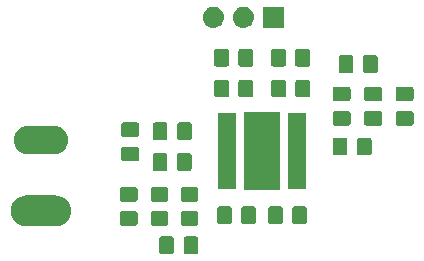
<source format=gbr>
G04 #@! TF.GenerationSoftware,KiCad,Pcbnew,(5.0.2)-1*
G04 #@! TF.CreationDate,2019-08-11T23:26:23-04:00*
G04 #@! TF.ProjectId,LTC3265,4c544333-3236-4352-9e6b-696361645f70,rev?*
G04 #@! TF.SameCoordinates,Original*
G04 #@! TF.FileFunction,Soldermask,Top*
G04 #@! TF.FilePolarity,Negative*
%FSLAX46Y46*%
G04 Gerber Fmt 4.6, Leading zero omitted, Abs format (unit mm)*
G04 Created by KiCad (PCBNEW (5.0.2)-1) date 8/11/2019 11:26:23 PM*
%MOMM*%
%LPD*%
G01*
G04 APERTURE LIST*
%ADD10C,0.100000*%
G04 APERTURE END LIST*
D10*
G36*
X121440177Y-89804465D02*
X121477864Y-89815898D01*
X121512603Y-89834466D01*
X121543048Y-89859452D01*
X121568034Y-89889897D01*
X121586602Y-89924636D01*
X121598035Y-89962323D01*
X121602500Y-90007661D01*
X121602500Y-91094339D01*
X121598035Y-91139677D01*
X121586602Y-91177364D01*
X121568034Y-91212103D01*
X121543048Y-91242548D01*
X121512603Y-91267534D01*
X121477864Y-91286102D01*
X121440177Y-91297535D01*
X121394839Y-91302000D01*
X120558161Y-91302000D01*
X120512823Y-91297535D01*
X120475136Y-91286102D01*
X120440397Y-91267534D01*
X120409952Y-91242548D01*
X120384966Y-91212103D01*
X120366398Y-91177364D01*
X120354965Y-91139677D01*
X120350500Y-91094339D01*
X120350500Y-90007661D01*
X120354965Y-89962323D01*
X120366398Y-89924636D01*
X120384966Y-89889897D01*
X120409952Y-89859452D01*
X120440397Y-89834466D01*
X120475136Y-89815898D01*
X120512823Y-89804465D01*
X120558161Y-89800000D01*
X121394839Y-89800000D01*
X121440177Y-89804465D01*
X121440177Y-89804465D01*
G37*
G36*
X119390177Y-89804465D02*
X119427864Y-89815898D01*
X119462603Y-89834466D01*
X119493048Y-89859452D01*
X119518034Y-89889897D01*
X119536602Y-89924636D01*
X119548035Y-89962323D01*
X119552500Y-90007661D01*
X119552500Y-91094339D01*
X119548035Y-91139677D01*
X119536602Y-91177364D01*
X119518034Y-91212103D01*
X119493048Y-91242548D01*
X119462603Y-91267534D01*
X119427864Y-91286102D01*
X119390177Y-91297535D01*
X119344839Y-91302000D01*
X118508161Y-91302000D01*
X118462823Y-91297535D01*
X118425136Y-91286102D01*
X118390397Y-91267534D01*
X118359952Y-91242548D01*
X118334966Y-91212103D01*
X118316398Y-91177364D01*
X118304965Y-91139677D01*
X118300500Y-91094339D01*
X118300500Y-90007661D01*
X118304965Y-89962323D01*
X118316398Y-89924636D01*
X118334966Y-89889897D01*
X118359952Y-89859452D01*
X118390397Y-89834466D01*
X118425136Y-89815898D01*
X118462823Y-89804465D01*
X118508161Y-89800000D01*
X119344839Y-89800000D01*
X119390177Y-89804465D01*
X119390177Y-89804465D01*
G37*
G36*
X109629189Y-86333706D02*
X109772540Y-86347825D01*
X110017780Y-86422218D01*
X110017782Y-86422219D01*
X110243796Y-86543026D01*
X110441897Y-86705603D01*
X110604474Y-86903704D01*
X110604475Y-86903706D01*
X110725282Y-87129720D01*
X110799675Y-87374960D01*
X110824794Y-87630000D01*
X110799675Y-87885040D01*
X110789017Y-87920173D01*
X110725281Y-88130282D01*
X110604474Y-88356296D01*
X110441897Y-88554397D01*
X110243796Y-88716974D01*
X110243794Y-88716975D01*
X110017780Y-88837782D01*
X109772540Y-88912175D01*
X109629189Y-88926294D01*
X109581406Y-88931000D01*
X106953594Y-88931000D01*
X106905811Y-88926294D01*
X106762460Y-88912175D01*
X106517220Y-88837782D01*
X106291206Y-88716975D01*
X106291204Y-88716974D01*
X106093103Y-88554397D01*
X105930526Y-88356296D01*
X105809719Y-88130282D01*
X105745983Y-87920173D01*
X105735325Y-87885040D01*
X105710206Y-87630000D01*
X105735325Y-87374960D01*
X105809718Y-87129720D01*
X105930525Y-86903706D01*
X105930526Y-86903704D01*
X106093103Y-86705603D01*
X106291204Y-86543026D01*
X106517218Y-86422219D01*
X106517220Y-86422218D01*
X106762460Y-86347825D01*
X106905811Y-86333706D01*
X106953594Y-86329000D01*
X109581406Y-86329000D01*
X109629189Y-86333706D01*
X109629189Y-86333706D01*
G37*
G36*
X121429177Y-87652465D02*
X121466864Y-87663898D01*
X121501603Y-87682466D01*
X121532048Y-87707452D01*
X121557034Y-87737897D01*
X121575602Y-87772636D01*
X121587035Y-87810323D01*
X121591500Y-87855661D01*
X121591500Y-88692339D01*
X121587035Y-88737677D01*
X121575602Y-88775364D01*
X121557034Y-88810103D01*
X121532048Y-88840548D01*
X121501603Y-88865534D01*
X121466864Y-88884102D01*
X121429177Y-88895535D01*
X121383839Y-88900000D01*
X120297161Y-88900000D01*
X120251823Y-88895535D01*
X120214136Y-88884102D01*
X120179397Y-88865534D01*
X120148952Y-88840548D01*
X120123966Y-88810103D01*
X120105398Y-88775364D01*
X120093965Y-88737677D01*
X120089500Y-88692339D01*
X120089500Y-87855661D01*
X120093965Y-87810323D01*
X120105398Y-87772636D01*
X120123966Y-87737897D01*
X120148952Y-87707452D01*
X120179397Y-87682466D01*
X120214136Y-87663898D01*
X120251823Y-87652465D01*
X120297161Y-87648000D01*
X121383839Y-87648000D01*
X121429177Y-87652465D01*
X121429177Y-87652465D01*
G37*
G36*
X118889177Y-87652465D02*
X118926864Y-87663898D01*
X118961603Y-87682466D01*
X118992048Y-87707452D01*
X119017034Y-87737897D01*
X119035602Y-87772636D01*
X119047035Y-87810323D01*
X119051500Y-87855661D01*
X119051500Y-88692339D01*
X119047035Y-88737677D01*
X119035602Y-88775364D01*
X119017034Y-88810103D01*
X118992048Y-88840548D01*
X118961603Y-88865534D01*
X118926864Y-88884102D01*
X118889177Y-88895535D01*
X118843839Y-88900000D01*
X117757161Y-88900000D01*
X117711823Y-88895535D01*
X117674136Y-88884102D01*
X117639397Y-88865534D01*
X117608952Y-88840548D01*
X117583966Y-88810103D01*
X117565398Y-88775364D01*
X117553965Y-88737677D01*
X117549500Y-88692339D01*
X117549500Y-87855661D01*
X117553965Y-87810323D01*
X117565398Y-87772636D01*
X117583966Y-87737897D01*
X117608952Y-87707452D01*
X117639397Y-87682466D01*
X117674136Y-87663898D01*
X117711823Y-87652465D01*
X117757161Y-87648000D01*
X118843839Y-87648000D01*
X118889177Y-87652465D01*
X118889177Y-87652465D01*
G37*
G36*
X116285677Y-87652465D02*
X116323364Y-87663898D01*
X116358103Y-87682466D01*
X116388548Y-87707452D01*
X116413534Y-87737897D01*
X116432102Y-87772636D01*
X116443535Y-87810323D01*
X116448000Y-87855661D01*
X116448000Y-88692339D01*
X116443535Y-88737677D01*
X116432102Y-88775364D01*
X116413534Y-88810103D01*
X116388548Y-88840548D01*
X116358103Y-88865534D01*
X116323364Y-88884102D01*
X116285677Y-88895535D01*
X116240339Y-88900000D01*
X115153661Y-88900000D01*
X115108323Y-88895535D01*
X115070636Y-88884102D01*
X115035897Y-88865534D01*
X115005452Y-88840548D01*
X114980466Y-88810103D01*
X114961898Y-88775364D01*
X114950465Y-88737677D01*
X114946000Y-88692339D01*
X114946000Y-87855661D01*
X114950465Y-87810323D01*
X114961898Y-87772636D01*
X114980466Y-87737897D01*
X115005452Y-87707452D01*
X115035897Y-87682466D01*
X115070636Y-87663898D01*
X115108323Y-87652465D01*
X115153661Y-87648000D01*
X116240339Y-87648000D01*
X116285677Y-87652465D01*
X116285677Y-87652465D01*
G37*
G36*
X126329677Y-87264465D02*
X126367364Y-87275898D01*
X126402103Y-87294466D01*
X126432548Y-87319452D01*
X126457534Y-87349897D01*
X126476102Y-87384636D01*
X126487535Y-87422323D01*
X126492000Y-87467661D01*
X126492000Y-88554339D01*
X126487535Y-88599677D01*
X126476102Y-88637364D01*
X126457534Y-88672103D01*
X126432548Y-88702548D01*
X126402103Y-88727534D01*
X126367364Y-88746102D01*
X126329677Y-88757535D01*
X126284339Y-88762000D01*
X125447661Y-88762000D01*
X125402323Y-88757535D01*
X125364636Y-88746102D01*
X125329897Y-88727534D01*
X125299452Y-88702548D01*
X125274466Y-88672103D01*
X125255898Y-88637364D01*
X125244465Y-88599677D01*
X125240000Y-88554339D01*
X125240000Y-87467661D01*
X125244465Y-87422323D01*
X125255898Y-87384636D01*
X125274466Y-87349897D01*
X125299452Y-87319452D01*
X125329897Y-87294466D01*
X125364636Y-87275898D01*
X125402323Y-87264465D01*
X125447661Y-87260000D01*
X126284339Y-87260000D01*
X126329677Y-87264465D01*
X126329677Y-87264465D01*
G37*
G36*
X124279677Y-87264465D02*
X124317364Y-87275898D01*
X124352103Y-87294466D01*
X124382548Y-87319452D01*
X124407534Y-87349897D01*
X124426102Y-87384636D01*
X124437535Y-87422323D01*
X124442000Y-87467661D01*
X124442000Y-88554339D01*
X124437535Y-88599677D01*
X124426102Y-88637364D01*
X124407534Y-88672103D01*
X124382548Y-88702548D01*
X124352103Y-88727534D01*
X124317364Y-88746102D01*
X124279677Y-88757535D01*
X124234339Y-88762000D01*
X123397661Y-88762000D01*
X123352323Y-88757535D01*
X123314636Y-88746102D01*
X123279897Y-88727534D01*
X123249452Y-88702548D01*
X123224466Y-88672103D01*
X123205898Y-88637364D01*
X123194465Y-88599677D01*
X123190000Y-88554339D01*
X123190000Y-87467661D01*
X123194465Y-87422323D01*
X123205898Y-87384636D01*
X123224466Y-87349897D01*
X123249452Y-87319452D01*
X123279897Y-87294466D01*
X123314636Y-87275898D01*
X123352323Y-87264465D01*
X123397661Y-87260000D01*
X124234339Y-87260000D01*
X124279677Y-87264465D01*
X124279677Y-87264465D01*
G37*
G36*
X130647677Y-87264465D02*
X130685364Y-87275898D01*
X130720103Y-87294466D01*
X130750548Y-87319452D01*
X130775534Y-87349897D01*
X130794102Y-87384636D01*
X130805535Y-87422323D01*
X130810000Y-87467661D01*
X130810000Y-88554339D01*
X130805535Y-88599677D01*
X130794102Y-88637364D01*
X130775534Y-88672103D01*
X130750548Y-88702548D01*
X130720103Y-88727534D01*
X130685364Y-88746102D01*
X130647677Y-88757535D01*
X130602339Y-88762000D01*
X129765661Y-88762000D01*
X129720323Y-88757535D01*
X129682636Y-88746102D01*
X129647897Y-88727534D01*
X129617452Y-88702548D01*
X129592466Y-88672103D01*
X129573898Y-88637364D01*
X129562465Y-88599677D01*
X129558000Y-88554339D01*
X129558000Y-87467661D01*
X129562465Y-87422323D01*
X129573898Y-87384636D01*
X129592466Y-87349897D01*
X129617452Y-87319452D01*
X129647897Y-87294466D01*
X129682636Y-87275898D01*
X129720323Y-87264465D01*
X129765661Y-87260000D01*
X130602339Y-87260000D01*
X130647677Y-87264465D01*
X130647677Y-87264465D01*
G37*
G36*
X128597677Y-87264465D02*
X128635364Y-87275898D01*
X128670103Y-87294466D01*
X128700548Y-87319452D01*
X128725534Y-87349897D01*
X128744102Y-87384636D01*
X128755535Y-87422323D01*
X128760000Y-87467661D01*
X128760000Y-88554339D01*
X128755535Y-88599677D01*
X128744102Y-88637364D01*
X128725534Y-88672103D01*
X128700548Y-88702548D01*
X128670103Y-88727534D01*
X128635364Y-88746102D01*
X128597677Y-88757535D01*
X128552339Y-88762000D01*
X127715661Y-88762000D01*
X127670323Y-88757535D01*
X127632636Y-88746102D01*
X127597897Y-88727534D01*
X127567452Y-88702548D01*
X127542466Y-88672103D01*
X127523898Y-88637364D01*
X127512465Y-88599677D01*
X127508000Y-88554339D01*
X127508000Y-87467661D01*
X127512465Y-87422323D01*
X127523898Y-87384636D01*
X127542466Y-87349897D01*
X127567452Y-87319452D01*
X127597897Y-87294466D01*
X127632636Y-87275898D01*
X127670323Y-87264465D01*
X127715661Y-87260000D01*
X128552339Y-87260000D01*
X128597677Y-87264465D01*
X128597677Y-87264465D01*
G37*
G36*
X121429177Y-85602465D02*
X121466864Y-85613898D01*
X121501603Y-85632466D01*
X121532048Y-85657452D01*
X121557034Y-85687897D01*
X121575602Y-85722636D01*
X121587035Y-85760323D01*
X121591500Y-85805661D01*
X121591500Y-86642339D01*
X121587035Y-86687677D01*
X121575602Y-86725364D01*
X121557034Y-86760103D01*
X121532048Y-86790548D01*
X121501603Y-86815534D01*
X121466864Y-86834102D01*
X121429177Y-86845535D01*
X121383839Y-86850000D01*
X120297161Y-86850000D01*
X120251823Y-86845535D01*
X120214136Y-86834102D01*
X120179397Y-86815534D01*
X120148952Y-86790548D01*
X120123966Y-86760103D01*
X120105398Y-86725364D01*
X120093965Y-86687677D01*
X120089500Y-86642339D01*
X120089500Y-85805661D01*
X120093965Y-85760323D01*
X120105398Y-85722636D01*
X120123966Y-85687897D01*
X120148952Y-85657452D01*
X120179397Y-85632466D01*
X120214136Y-85613898D01*
X120251823Y-85602465D01*
X120297161Y-85598000D01*
X121383839Y-85598000D01*
X121429177Y-85602465D01*
X121429177Y-85602465D01*
G37*
G36*
X118889177Y-85602465D02*
X118926864Y-85613898D01*
X118961603Y-85632466D01*
X118992048Y-85657452D01*
X119017034Y-85687897D01*
X119035602Y-85722636D01*
X119047035Y-85760323D01*
X119051500Y-85805661D01*
X119051500Y-86642339D01*
X119047035Y-86687677D01*
X119035602Y-86725364D01*
X119017034Y-86760103D01*
X118992048Y-86790548D01*
X118961603Y-86815534D01*
X118926864Y-86834102D01*
X118889177Y-86845535D01*
X118843839Y-86850000D01*
X117757161Y-86850000D01*
X117711823Y-86845535D01*
X117674136Y-86834102D01*
X117639397Y-86815534D01*
X117608952Y-86790548D01*
X117583966Y-86760103D01*
X117565398Y-86725364D01*
X117553965Y-86687677D01*
X117549500Y-86642339D01*
X117549500Y-85805661D01*
X117553965Y-85760323D01*
X117565398Y-85722636D01*
X117583966Y-85687897D01*
X117608952Y-85657452D01*
X117639397Y-85632466D01*
X117674136Y-85613898D01*
X117711823Y-85602465D01*
X117757161Y-85598000D01*
X118843839Y-85598000D01*
X118889177Y-85602465D01*
X118889177Y-85602465D01*
G37*
G36*
X116285677Y-85602465D02*
X116323364Y-85613898D01*
X116358103Y-85632466D01*
X116388548Y-85657452D01*
X116413534Y-85687897D01*
X116432102Y-85722636D01*
X116443535Y-85760323D01*
X116448000Y-85805661D01*
X116448000Y-86642339D01*
X116443535Y-86687677D01*
X116432102Y-86725364D01*
X116413534Y-86760103D01*
X116388548Y-86790548D01*
X116358103Y-86815534D01*
X116323364Y-86834102D01*
X116285677Y-86845535D01*
X116240339Y-86850000D01*
X115153661Y-86850000D01*
X115108323Y-86845535D01*
X115070636Y-86834102D01*
X115035897Y-86815534D01*
X115005452Y-86790548D01*
X114980466Y-86760103D01*
X114961898Y-86725364D01*
X114950465Y-86687677D01*
X114946000Y-86642339D01*
X114946000Y-85805661D01*
X114950465Y-85760323D01*
X114961898Y-85722636D01*
X114980466Y-85687897D01*
X115005452Y-85657452D01*
X115035897Y-85632466D01*
X115070636Y-85613898D01*
X115108323Y-85602465D01*
X115153661Y-85598000D01*
X116240339Y-85598000D01*
X116285677Y-85602465D01*
X116285677Y-85602465D01*
G37*
G36*
X128551000Y-85851000D02*
X125449000Y-85851000D01*
X125449000Y-79249000D01*
X128551000Y-79249000D01*
X128551000Y-85851000D01*
X128551000Y-85851000D01*
G37*
G36*
X130726000Y-85746000D02*
X129174000Y-85746000D01*
X129174000Y-79354000D01*
X130726000Y-79354000D01*
X130726000Y-85746000D01*
X130726000Y-85746000D01*
G37*
G36*
X124826000Y-85746000D02*
X123274000Y-85746000D01*
X123274000Y-79354000D01*
X124826000Y-79354000D01*
X124826000Y-85746000D01*
X124826000Y-85746000D01*
G37*
G36*
X118818677Y-82755965D02*
X118856364Y-82767398D01*
X118891103Y-82785966D01*
X118921548Y-82810952D01*
X118946534Y-82841397D01*
X118965102Y-82876136D01*
X118976535Y-82913823D01*
X118981000Y-82959161D01*
X118981000Y-84045839D01*
X118976535Y-84091177D01*
X118965102Y-84128864D01*
X118946534Y-84163603D01*
X118921548Y-84194048D01*
X118891103Y-84219034D01*
X118856364Y-84237602D01*
X118818677Y-84249035D01*
X118773339Y-84253500D01*
X117936661Y-84253500D01*
X117891323Y-84249035D01*
X117853636Y-84237602D01*
X117818897Y-84219034D01*
X117788452Y-84194048D01*
X117763466Y-84163603D01*
X117744898Y-84128864D01*
X117733465Y-84091177D01*
X117729000Y-84045839D01*
X117729000Y-82959161D01*
X117733465Y-82913823D01*
X117744898Y-82876136D01*
X117763466Y-82841397D01*
X117788452Y-82810952D01*
X117818897Y-82785966D01*
X117853636Y-82767398D01*
X117891323Y-82755965D01*
X117936661Y-82751500D01*
X118773339Y-82751500D01*
X118818677Y-82755965D01*
X118818677Y-82755965D01*
G37*
G36*
X120868677Y-82755965D02*
X120906364Y-82767398D01*
X120941103Y-82785966D01*
X120971548Y-82810952D01*
X120996534Y-82841397D01*
X121015102Y-82876136D01*
X121026535Y-82913823D01*
X121031000Y-82959161D01*
X121031000Y-84045839D01*
X121026535Y-84091177D01*
X121015102Y-84128864D01*
X120996534Y-84163603D01*
X120971548Y-84194048D01*
X120941103Y-84219034D01*
X120906364Y-84237602D01*
X120868677Y-84249035D01*
X120823339Y-84253500D01*
X119986661Y-84253500D01*
X119941323Y-84249035D01*
X119903636Y-84237602D01*
X119868897Y-84219034D01*
X119838452Y-84194048D01*
X119813466Y-84163603D01*
X119794898Y-84128864D01*
X119783465Y-84091177D01*
X119779000Y-84045839D01*
X119779000Y-82959161D01*
X119783465Y-82913823D01*
X119794898Y-82876136D01*
X119813466Y-82841397D01*
X119838452Y-82810952D01*
X119868897Y-82785966D01*
X119903636Y-82767398D01*
X119941323Y-82755965D01*
X119986661Y-82751500D01*
X120823339Y-82751500D01*
X120868677Y-82755965D01*
X120868677Y-82755965D01*
G37*
G36*
X116412677Y-82191465D02*
X116450364Y-82202898D01*
X116485103Y-82221466D01*
X116515548Y-82246452D01*
X116540534Y-82276897D01*
X116559102Y-82311636D01*
X116570535Y-82349323D01*
X116575000Y-82394661D01*
X116575000Y-83231339D01*
X116570535Y-83276677D01*
X116559102Y-83314364D01*
X116540534Y-83349103D01*
X116515548Y-83379548D01*
X116485103Y-83404534D01*
X116450364Y-83423102D01*
X116412677Y-83434535D01*
X116367339Y-83439000D01*
X115280661Y-83439000D01*
X115235323Y-83434535D01*
X115197636Y-83423102D01*
X115162897Y-83404534D01*
X115132452Y-83379548D01*
X115107466Y-83349103D01*
X115088898Y-83314364D01*
X115077465Y-83276677D01*
X115073000Y-83231339D01*
X115073000Y-82394661D01*
X115077465Y-82349323D01*
X115088898Y-82311636D01*
X115107466Y-82276897D01*
X115132452Y-82246452D01*
X115162897Y-82221466D01*
X115197636Y-82202898D01*
X115235323Y-82191465D01*
X115280661Y-82187000D01*
X116367339Y-82187000D01*
X116412677Y-82191465D01*
X116412677Y-82191465D01*
G37*
G36*
X134058677Y-81447865D02*
X134096364Y-81459298D01*
X134131103Y-81477866D01*
X134161548Y-81502852D01*
X134186534Y-81533297D01*
X134205102Y-81568036D01*
X134216535Y-81605723D01*
X134221000Y-81651061D01*
X134221000Y-82737739D01*
X134216535Y-82783077D01*
X134205102Y-82820764D01*
X134186534Y-82855503D01*
X134161548Y-82885948D01*
X134131103Y-82910934D01*
X134096364Y-82929502D01*
X134058677Y-82940935D01*
X134013339Y-82945400D01*
X133176661Y-82945400D01*
X133131323Y-82940935D01*
X133093636Y-82929502D01*
X133058897Y-82910934D01*
X133028452Y-82885948D01*
X133003466Y-82855503D01*
X132984898Y-82820764D01*
X132973465Y-82783077D01*
X132969000Y-82737739D01*
X132969000Y-81651061D01*
X132973465Y-81605723D01*
X132984898Y-81568036D01*
X133003466Y-81533297D01*
X133028452Y-81502852D01*
X133058897Y-81477866D01*
X133093636Y-81459298D01*
X133131323Y-81447865D01*
X133176661Y-81443400D01*
X134013339Y-81443400D01*
X134058677Y-81447865D01*
X134058677Y-81447865D01*
G37*
G36*
X136108677Y-81447865D02*
X136146364Y-81459298D01*
X136181103Y-81477866D01*
X136211548Y-81502852D01*
X136236534Y-81533297D01*
X136255102Y-81568036D01*
X136266535Y-81605723D01*
X136271000Y-81651061D01*
X136271000Y-82737739D01*
X136266535Y-82783077D01*
X136255102Y-82820764D01*
X136236534Y-82855503D01*
X136211548Y-82885948D01*
X136181103Y-82910934D01*
X136146364Y-82929502D01*
X136108677Y-82940935D01*
X136063339Y-82945400D01*
X135226661Y-82945400D01*
X135181323Y-82940935D01*
X135143636Y-82929502D01*
X135108897Y-82910934D01*
X135078452Y-82885948D01*
X135053466Y-82855503D01*
X135034898Y-82820764D01*
X135023465Y-82783077D01*
X135019000Y-82737739D01*
X135019000Y-81651061D01*
X135023465Y-81605723D01*
X135034898Y-81568036D01*
X135053466Y-81533297D01*
X135078452Y-81502852D01*
X135108897Y-81477866D01*
X135143636Y-81459298D01*
X135181323Y-81447865D01*
X135226661Y-81443400D01*
X136063339Y-81443400D01*
X136108677Y-81447865D01*
X136108677Y-81447865D01*
G37*
G36*
X109623036Y-80471016D02*
X109844713Y-80538261D01*
X110049012Y-80647461D01*
X110228081Y-80794419D01*
X110375039Y-80973488D01*
X110484239Y-81177787D01*
X110551484Y-81399464D01*
X110574190Y-81630000D01*
X110551484Y-81860536D01*
X110484239Y-82082213D01*
X110375039Y-82286512D01*
X110228081Y-82465581D01*
X110049012Y-82612539D01*
X109844713Y-82721739D01*
X109623036Y-82788984D01*
X109450271Y-82806000D01*
X107084729Y-82806000D01*
X106911964Y-82788984D01*
X106690287Y-82721739D01*
X106485988Y-82612539D01*
X106306919Y-82465581D01*
X106159961Y-82286512D01*
X106050761Y-82082213D01*
X105983516Y-81860536D01*
X105960810Y-81630000D01*
X105983516Y-81399464D01*
X106050761Y-81177787D01*
X106159961Y-80973488D01*
X106306919Y-80794419D01*
X106485988Y-80647461D01*
X106690287Y-80538261D01*
X106911964Y-80471016D01*
X107084729Y-80454000D01*
X109450271Y-80454000D01*
X109623036Y-80471016D01*
X109623036Y-80471016D01*
G37*
G36*
X120868677Y-80152465D02*
X120906364Y-80163898D01*
X120941103Y-80182466D01*
X120971548Y-80207452D01*
X120996534Y-80237897D01*
X121015102Y-80272636D01*
X121026535Y-80310323D01*
X121031000Y-80355661D01*
X121031000Y-81442339D01*
X121026535Y-81487677D01*
X121015102Y-81525364D01*
X120996534Y-81560103D01*
X120971548Y-81590548D01*
X120941103Y-81615534D01*
X120906364Y-81634102D01*
X120868677Y-81645535D01*
X120823339Y-81650000D01*
X119986661Y-81650000D01*
X119941323Y-81645535D01*
X119903636Y-81634102D01*
X119868897Y-81615534D01*
X119838452Y-81590548D01*
X119813466Y-81560103D01*
X119794898Y-81525364D01*
X119783465Y-81487677D01*
X119779000Y-81442339D01*
X119779000Y-80355661D01*
X119783465Y-80310323D01*
X119794898Y-80272636D01*
X119813466Y-80237897D01*
X119838452Y-80207452D01*
X119868897Y-80182466D01*
X119903636Y-80163898D01*
X119941323Y-80152465D01*
X119986661Y-80148000D01*
X120823339Y-80148000D01*
X120868677Y-80152465D01*
X120868677Y-80152465D01*
G37*
G36*
X118818677Y-80152465D02*
X118856364Y-80163898D01*
X118891103Y-80182466D01*
X118921548Y-80207452D01*
X118946534Y-80237897D01*
X118965102Y-80272636D01*
X118976535Y-80310323D01*
X118981000Y-80355661D01*
X118981000Y-81442339D01*
X118976535Y-81487677D01*
X118965102Y-81525364D01*
X118946534Y-81560103D01*
X118921548Y-81590548D01*
X118891103Y-81615534D01*
X118856364Y-81634102D01*
X118818677Y-81645535D01*
X118773339Y-81650000D01*
X117936661Y-81650000D01*
X117891323Y-81645535D01*
X117853636Y-81634102D01*
X117818897Y-81615534D01*
X117788452Y-81590548D01*
X117763466Y-81560103D01*
X117744898Y-81525364D01*
X117733465Y-81487677D01*
X117729000Y-81442339D01*
X117729000Y-80355661D01*
X117733465Y-80310323D01*
X117744898Y-80272636D01*
X117763466Y-80237897D01*
X117788452Y-80207452D01*
X117818897Y-80182466D01*
X117853636Y-80163898D01*
X117891323Y-80152465D01*
X117936661Y-80148000D01*
X118773339Y-80148000D01*
X118818677Y-80152465D01*
X118818677Y-80152465D01*
G37*
G36*
X116412677Y-80141465D02*
X116450364Y-80152898D01*
X116485103Y-80171466D01*
X116515548Y-80196452D01*
X116540534Y-80226897D01*
X116559102Y-80261636D01*
X116570535Y-80299323D01*
X116575000Y-80344661D01*
X116575000Y-81181339D01*
X116570535Y-81226677D01*
X116559102Y-81264364D01*
X116540534Y-81299103D01*
X116515548Y-81329548D01*
X116485103Y-81354534D01*
X116450364Y-81373102D01*
X116412677Y-81384535D01*
X116367339Y-81389000D01*
X115280661Y-81389000D01*
X115235323Y-81384535D01*
X115197636Y-81373102D01*
X115162897Y-81354534D01*
X115132452Y-81329548D01*
X115107466Y-81299103D01*
X115088898Y-81264364D01*
X115077465Y-81226677D01*
X115073000Y-81181339D01*
X115073000Y-80344661D01*
X115077465Y-80299323D01*
X115088898Y-80261636D01*
X115107466Y-80226897D01*
X115132452Y-80196452D01*
X115162897Y-80171466D01*
X115197636Y-80152898D01*
X115235323Y-80141465D01*
X115280661Y-80137000D01*
X116367339Y-80137000D01*
X116412677Y-80141465D01*
X116412677Y-80141465D01*
G37*
G36*
X134319677Y-79168865D02*
X134357364Y-79180298D01*
X134392103Y-79198866D01*
X134422548Y-79223852D01*
X134447534Y-79254297D01*
X134466102Y-79289036D01*
X134477535Y-79326723D01*
X134482000Y-79372061D01*
X134482000Y-80208739D01*
X134477535Y-80254077D01*
X134466102Y-80291764D01*
X134447534Y-80326503D01*
X134422548Y-80356948D01*
X134392103Y-80381934D01*
X134357364Y-80400502D01*
X134319677Y-80411935D01*
X134274339Y-80416400D01*
X133187661Y-80416400D01*
X133142323Y-80411935D01*
X133104636Y-80400502D01*
X133069897Y-80381934D01*
X133039452Y-80356948D01*
X133014466Y-80326503D01*
X132995898Y-80291764D01*
X132984465Y-80254077D01*
X132980000Y-80208739D01*
X132980000Y-79372061D01*
X132984465Y-79326723D01*
X132995898Y-79289036D01*
X133014466Y-79254297D01*
X133039452Y-79223852D01*
X133069897Y-79198866D01*
X133104636Y-79180298D01*
X133142323Y-79168865D01*
X133187661Y-79164400D01*
X134274339Y-79164400D01*
X134319677Y-79168865D01*
X134319677Y-79168865D01*
G37*
G36*
X136986677Y-79168865D02*
X137024364Y-79180298D01*
X137059103Y-79198866D01*
X137089548Y-79223852D01*
X137114534Y-79254297D01*
X137133102Y-79289036D01*
X137144535Y-79326723D01*
X137149000Y-79372061D01*
X137149000Y-80208739D01*
X137144535Y-80254077D01*
X137133102Y-80291764D01*
X137114534Y-80326503D01*
X137089548Y-80356948D01*
X137059103Y-80381934D01*
X137024364Y-80400502D01*
X136986677Y-80411935D01*
X136941339Y-80416400D01*
X135854661Y-80416400D01*
X135809323Y-80411935D01*
X135771636Y-80400502D01*
X135736897Y-80381934D01*
X135706452Y-80356948D01*
X135681466Y-80326503D01*
X135662898Y-80291764D01*
X135651465Y-80254077D01*
X135647000Y-80208739D01*
X135647000Y-79372061D01*
X135651465Y-79326723D01*
X135662898Y-79289036D01*
X135681466Y-79254297D01*
X135706452Y-79223852D01*
X135736897Y-79198866D01*
X135771636Y-79180298D01*
X135809323Y-79168865D01*
X135854661Y-79164400D01*
X136941339Y-79164400D01*
X136986677Y-79168865D01*
X136986677Y-79168865D01*
G37*
G36*
X139653677Y-79168865D02*
X139691364Y-79180298D01*
X139726103Y-79198866D01*
X139756548Y-79223852D01*
X139781534Y-79254297D01*
X139800102Y-79289036D01*
X139811535Y-79326723D01*
X139816000Y-79372061D01*
X139816000Y-80208739D01*
X139811535Y-80254077D01*
X139800102Y-80291764D01*
X139781534Y-80326503D01*
X139756548Y-80356948D01*
X139726103Y-80381934D01*
X139691364Y-80400502D01*
X139653677Y-80411935D01*
X139608339Y-80416400D01*
X138521661Y-80416400D01*
X138476323Y-80411935D01*
X138438636Y-80400502D01*
X138403897Y-80381934D01*
X138373452Y-80356948D01*
X138348466Y-80326503D01*
X138329898Y-80291764D01*
X138318465Y-80254077D01*
X138314000Y-80208739D01*
X138314000Y-79372061D01*
X138318465Y-79326723D01*
X138329898Y-79289036D01*
X138348466Y-79254297D01*
X138373452Y-79223852D01*
X138403897Y-79198866D01*
X138438636Y-79180298D01*
X138476323Y-79168865D01*
X138521661Y-79164400D01*
X139608339Y-79164400D01*
X139653677Y-79168865D01*
X139653677Y-79168865D01*
G37*
G36*
X136986677Y-77118865D02*
X137024364Y-77130298D01*
X137059103Y-77148866D01*
X137089548Y-77173852D01*
X137114534Y-77204297D01*
X137133102Y-77239036D01*
X137144535Y-77276723D01*
X137149000Y-77322061D01*
X137149000Y-78158739D01*
X137144535Y-78204077D01*
X137133102Y-78241764D01*
X137114534Y-78276503D01*
X137089548Y-78306948D01*
X137059103Y-78331934D01*
X137024364Y-78350502D01*
X136986677Y-78361935D01*
X136941339Y-78366400D01*
X135854661Y-78366400D01*
X135809323Y-78361935D01*
X135771636Y-78350502D01*
X135736897Y-78331934D01*
X135706452Y-78306948D01*
X135681466Y-78276503D01*
X135662898Y-78241764D01*
X135651465Y-78204077D01*
X135647000Y-78158739D01*
X135647000Y-77322061D01*
X135651465Y-77276723D01*
X135662898Y-77239036D01*
X135681466Y-77204297D01*
X135706452Y-77173852D01*
X135736897Y-77148866D01*
X135771636Y-77130298D01*
X135809323Y-77118865D01*
X135854661Y-77114400D01*
X136941339Y-77114400D01*
X136986677Y-77118865D01*
X136986677Y-77118865D01*
G37*
G36*
X139653677Y-77118865D02*
X139691364Y-77130298D01*
X139726103Y-77148866D01*
X139756548Y-77173852D01*
X139781534Y-77204297D01*
X139800102Y-77239036D01*
X139811535Y-77276723D01*
X139816000Y-77322061D01*
X139816000Y-78158739D01*
X139811535Y-78204077D01*
X139800102Y-78241764D01*
X139781534Y-78276503D01*
X139756548Y-78306948D01*
X139726103Y-78331934D01*
X139691364Y-78350502D01*
X139653677Y-78361935D01*
X139608339Y-78366400D01*
X138521661Y-78366400D01*
X138476323Y-78361935D01*
X138438636Y-78350502D01*
X138403897Y-78331934D01*
X138373452Y-78306948D01*
X138348466Y-78276503D01*
X138329898Y-78241764D01*
X138318465Y-78204077D01*
X138314000Y-78158739D01*
X138314000Y-77322061D01*
X138318465Y-77276723D01*
X138329898Y-77239036D01*
X138348466Y-77204297D01*
X138373452Y-77173852D01*
X138403897Y-77148866D01*
X138438636Y-77130298D01*
X138476323Y-77118865D01*
X138521661Y-77114400D01*
X139608339Y-77114400D01*
X139653677Y-77118865D01*
X139653677Y-77118865D01*
G37*
G36*
X134319677Y-77118865D02*
X134357364Y-77130298D01*
X134392103Y-77148866D01*
X134422548Y-77173852D01*
X134447534Y-77204297D01*
X134466102Y-77239036D01*
X134477535Y-77276723D01*
X134482000Y-77322061D01*
X134482000Y-78158739D01*
X134477535Y-78204077D01*
X134466102Y-78241764D01*
X134447534Y-78276503D01*
X134422548Y-78306948D01*
X134392103Y-78331934D01*
X134357364Y-78350502D01*
X134319677Y-78361935D01*
X134274339Y-78366400D01*
X133187661Y-78366400D01*
X133142323Y-78361935D01*
X133104636Y-78350502D01*
X133069897Y-78331934D01*
X133039452Y-78306948D01*
X133014466Y-78276503D01*
X132995898Y-78241764D01*
X132984465Y-78204077D01*
X132980000Y-78158739D01*
X132980000Y-77322061D01*
X132984465Y-77276723D01*
X132995898Y-77239036D01*
X133014466Y-77204297D01*
X133039452Y-77173852D01*
X133069897Y-77148866D01*
X133104636Y-77130298D01*
X133142323Y-77118865D01*
X133187661Y-77114400D01*
X134274339Y-77114400D01*
X134319677Y-77118865D01*
X134319677Y-77118865D01*
G37*
G36*
X124025677Y-76532965D02*
X124063364Y-76544398D01*
X124098103Y-76562966D01*
X124128548Y-76587952D01*
X124153534Y-76618397D01*
X124172102Y-76653136D01*
X124183535Y-76690823D01*
X124188000Y-76736161D01*
X124188000Y-77822839D01*
X124183535Y-77868177D01*
X124172102Y-77905864D01*
X124153534Y-77940603D01*
X124128548Y-77971048D01*
X124098103Y-77996034D01*
X124063364Y-78014602D01*
X124025677Y-78026035D01*
X123980339Y-78030500D01*
X123143661Y-78030500D01*
X123098323Y-78026035D01*
X123060636Y-78014602D01*
X123025897Y-77996034D01*
X122995452Y-77971048D01*
X122970466Y-77940603D01*
X122951898Y-77905864D01*
X122940465Y-77868177D01*
X122936000Y-77822839D01*
X122936000Y-76736161D01*
X122940465Y-76690823D01*
X122951898Y-76653136D01*
X122970466Y-76618397D01*
X122995452Y-76587952D01*
X123025897Y-76562966D01*
X123060636Y-76544398D01*
X123098323Y-76532965D01*
X123143661Y-76528500D01*
X123980339Y-76528500D01*
X124025677Y-76532965D01*
X124025677Y-76532965D01*
G37*
G36*
X130901677Y-76532965D02*
X130939364Y-76544398D01*
X130974103Y-76562966D01*
X131004548Y-76587952D01*
X131029534Y-76618397D01*
X131048102Y-76653136D01*
X131059535Y-76690823D01*
X131064000Y-76736161D01*
X131064000Y-77822839D01*
X131059535Y-77868177D01*
X131048102Y-77905864D01*
X131029534Y-77940603D01*
X131004548Y-77971048D01*
X130974103Y-77996034D01*
X130939364Y-78014602D01*
X130901677Y-78026035D01*
X130856339Y-78030500D01*
X130019661Y-78030500D01*
X129974323Y-78026035D01*
X129936636Y-78014602D01*
X129901897Y-77996034D01*
X129871452Y-77971048D01*
X129846466Y-77940603D01*
X129827898Y-77905864D01*
X129816465Y-77868177D01*
X129812000Y-77822839D01*
X129812000Y-76736161D01*
X129816465Y-76690823D01*
X129827898Y-76653136D01*
X129846466Y-76618397D01*
X129871452Y-76587952D01*
X129901897Y-76562966D01*
X129936636Y-76544398D01*
X129974323Y-76532965D01*
X130019661Y-76528500D01*
X130856339Y-76528500D01*
X130901677Y-76532965D01*
X130901677Y-76532965D01*
G37*
G36*
X126075677Y-76532965D02*
X126113364Y-76544398D01*
X126148103Y-76562966D01*
X126178548Y-76587952D01*
X126203534Y-76618397D01*
X126222102Y-76653136D01*
X126233535Y-76690823D01*
X126238000Y-76736161D01*
X126238000Y-77822839D01*
X126233535Y-77868177D01*
X126222102Y-77905864D01*
X126203534Y-77940603D01*
X126178548Y-77971048D01*
X126148103Y-77996034D01*
X126113364Y-78014602D01*
X126075677Y-78026035D01*
X126030339Y-78030500D01*
X125193661Y-78030500D01*
X125148323Y-78026035D01*
X125110636Y-78014602D01*
X125075897Y-77996034D01*
X125045452Y-77971048D01*
X125020466Y-77940603D01*
X125001898Y-77905864D01*
X124990465Y-77868177D01*
X124986000Y-77822839D01*
X124986000Y-76736161D01*
X124990465Y-76690823D01*
X125001898Y-76653136D01*
X125020466Y-76618397D01*
X125045452Y-76587952D01*
X125075897Y-76562966D01*
X125110636Y-76544398D01*
X125148323Y-76532965D01*
X125193661Y-76528500D01*
X126030339Y-76528500D01*
X126075677Y-76532965D01*
X126075677Y-76532965D01*
G37*
G36*
X128851677Y-76532965D02*
X128889364Y-76544398D01*
X128924103Y-76562966D01*
X128954548Y-76587952D01*
X128979534Y-76618397D01*
X128998102Y-76653136D01*
X129009535Y-76690823D01*
X129014000Y-76736161D01*
X129014000Y-77822839D01*
X129009535Y-77868177D01*
X128998102Y-77905864D01*
X128979534Y-77940603D01*
X128954548Y-77971048D01*
X128924103Y-77996034D01*
X128889364Y-78014602D01*
X128851677Y-78026035D01*
X128806339Y-78030500D01*
X127969661Y-78030500D01*
X127924323Y-78026035D01*
X127886636Y-78014602D01*
X127851897Y-77996034D01*
X127821452Y-77971048D01*
X127796466Y-77940603D01*
X127777898Y-77905864D01*
X127766465Y-77868177D01*
X127762000Y-77822839D01*
X127762000Y-76736161D01*
X127766465Y-76690823D01*
X127777898Y-76653136D01*
X127796466Y-76618397D01*
X127821452Y-76587952D01*
X127851897Y-76562966D01*
X127886636Y-76544398D01*
X127924323Y-76532965D01*
X127969661Y-76528500D01*
X128806339Y-76528500D01*
X128851677Y-76532965D01*
X128851677Y-76532965D01*
G37*
G36*
X134566677Y-74462865D02*
X134604364Y-74474298D01*
X134639103Y-74492866D01*
X134669548Y-74517852D01*
X134694534Y-74548297D01*
X134713102Y-74583036D01*
X134724535Y-74620723D01*
X134729000Y-74666061D01*
X134729000Y-75752739D01*
X134724535Y-75798077D01*
X134713102Y-75835764D01*
X134694534Y-75870503D01*
X134669548Y-75900948D01*
X134639103Y-75925934D01*
X134604364Y-75944502D01*
X134566677Y-75955935D01*
X134521339Y-75960400D01*
X133684661Y-75960400D01*
X133639323Y-75955935D01*
X133601636Y-75944502D01*
X133566897Y-75925934D01*
X133536452Y-75900948D01*
X133511466Y-75870503D01*
X133492898Y-75835764D01*
X133481465Y-75798077D01*
X133477000Y-75752739D01*
X133477000Y-74666061D01*
X133481465Y-74620723D01*
X133492898Y-74583036D01*
X133511466Y-74548297D01*
X133536452Y-74517852D01*
X133566897Y-74492866D01*
X133601636Y-74474298D01*
X133639323Y-74462865D01*
X133684661Y-74458400D01*
X134521339Y-74458400D01*
X134566677Y-74462865D01*
X134566677Y-74462865D01*
G37*
G36*
X136616677Y-74462865D02*
X136654364Y-74474298D01*
X136689103Y-74492866D01*
X136719548Y-74517852D01*
X136744534Y-74548297D01*
X136763102Y-74583036D01*
X136774535Y-74620723D01*
X136779000Y-74666061D01*
X136779000Y-75752739D01*
X136774535Y-75798077D01*
X136763102Y-75835764D01*
X136744534Y-75870503D01*
X136719548Y-75900948D01*
X136689103Y-75925934D01*
X136654364Y-75944502D01*
X136616677Y-75955935D01*
X136571339Y-75960400D01*
X135734661Y-75960400D01*
X135689323Y-75955935D01*
X135651636Y-75944502D01*
X135616897Y-75925934D01*
X135586452Y-75900948D01*
X135561466Y-75870503D01*
X135542898Y-75835764D01*
X135531465Y-75798077D01*
X135527000Y-75752739D01*
X135527000Y-74666061D01*
X135531465Y-74620723D01*
X135542898Y-74583036D01*
X135561466Y-74548297D01*
X135586452Y-74517852D01*
X135616897Y-74492866D01*
X135651636Y-74474298D01*
X135689323Y-74462865D01*
X135734661Y-74458400D01*
X136571339Y-74458400D01*
X136616677Y-74462865D01*
X136616677Y-74462865D01*
G37*
G36*
X124025677Y-73929465D02*
X124063364Y-73940898D01*
X124098103Y-73959466D01*
X124128548Y-73984452D01*
X124153534Y-74014897D01*
X124172102Y-74049636D01*
X124183535Y-74087323D01*
X124188000Y-74132661D01*
X124188000Y-75219339D01*
X124183535Y-75264677D01*
X124172102Y-75302364D01*
X124153534Y-75337103D01*
X124128548Y-75367548D01*
X124098103Y-75392534D01*
X124063364Y-75411102D01*
X124025677Y-75422535D01*
X123980339Y-75427000D01*
X123143661Y-75427000D01*
X123098323Y-75422535D01*
X123060636Y-75411102D01*
X123025897Y-75392534D01*
X122995452Y-75367548D01*
X122970466Y-75337103D01*
X122951898Y-75302364D01*
X122940465Y-75264677D01*
X122936000Y-75219339D01*
X122936000Y-74132661D01*
X122940465Y-74087323D01*
X122951898Y-74049636D01*
X122970466Y-74014897D01*
X122995452Y-73984452D01*
X123025897Y-73959466D01*
X123060636Y-73940898D01*
X123098323Y-73929465D01*
X123143661Y-73925000D01*
X123980339Y-73925000D01*
X124025677Y-73929465D01*
X124025677Y-73929465D01*
G37*
G36*
X126075677Y-73929465D02*
X126113364Y-73940898D01*
X126148103Y-73959466D01*
X126178548Y-73984452D01*
X126203534Y-74014897D01*
X126222102Y-74049636D01*
X126233535Y-74087323D01*
X126238000Y-74132661D01*
X126238000Y-75219339D01*
X126233535Y-75264677D01*
X126222102Y-75302364D01*
X126203534Y-75337103D01*
X126178548Y-75367548D01*
X126148103Y-75392534D01*
X126113364Y-75411102D01*
X126075677Y-75422535D01*
X126030339Y-75427000D01*
X125193661Y-75427000D01*
X125148323Y-75422535D01*
X125110636Y-75411102D01*
X125075897Y-75392534D01*
X125045452Y-75367548D01*
X125020466Y-75337103D01*
X125001898Y-75302364D01*
X124990465Y-75264677D01*
X124986000Y-75219339D01*
X124986000Y-74132661D01*
X124990465Y-74087323D01*
X125001898Y-74049636D01*
X125020466Y-74014897D01*
X125045452Y-73984452D01*
X125075897Y-73959466D01*
X125110636Y-73940898D01*
X125148323Y-73929465D01*
X125193661Y-73925000D01*
X126030339Y-73925000D01*
X126075677Y-73929465D01*
X126075677Y-73929465D01*
G37*
G36*
X128842677Y-73929465D02*
X128880364Y-73940898D01*
X128915103Y-73959466D01*
X128945548Y-73984452D01*
X128970534Y-74014897D01*
X128989102Y-74049636D01*
X129000535Y-74087323D01*
X129005000Y-74132661D01*
X129005000Y-75219339D01*
X129000535Y-75264677D01*
X128989102Y-75302364D01*
X128970534Y-75337103D01*
X128945548Y-75367548D01*
X128915103Y-75392534D01*
X128880364Y-75411102D01*
X128842677Y-75422535D01*
X128797339Y-75427000D01*
X127960661Y-75427000D01*
X127915323Y-75422535D01*
X127877636Y-75411102D01*
X127842897Y-75392534D01*
X127812452Y-75367548D01*
X127787466Y-75337103D01*
X127768898Y-75302364D01*
X127757465Y-75264677D01*
X127753000Y-75219339D01*
X127753000Y-74132661D01*
X127757465Y-74087323D01*
X127768898Y-74049636D01*
X127787466Y-74014897D01*
X127812452Y-73984452D01*
X127842897Y-73959466D01*
X127877636Y-73940898D01*
X127915323Y-73929465D01*
X127960661Y-73925000D01*
X128797339Y-73925000D01*
X128842677Y-73929465D01*
X128842677Y-73929465D01*
G37*
G36*
X130892677Y-73929465D02*
X130930364Y-73940898D01*
X130965103Y-73959466D01*
X130995548Y-73984452D01*
X131020534Y-74014897D01*
X131039102Y-74049636D01*
X131050535Y-74087323D01*
X131055000Y-74132661D01*
X131055000Y-75219339D01*
X131050535Y-75264677D01*
X131039102Y-75302364D01*
X131020534Y-75337103D01*
X130995548Y-75367548D01*
X130965103Y-75392534D01*
X130930364Y-75411102D01*
X130892677Y-75422535D01*
X130847339Y-75427000D01*
X130010661Y-75427000D01*
X129965323Y-75422535D01*
X129927636Y-75411102D01*
X129892897Y-75392534D01*
X129862452Y-75367548D01*
X129837466Y-75337103D01*
X129818898Y-75302364D01*
X129807465Y-75264677D01*
X129803000Y-75219339D01*
X129803000Y-74132661D01*
X129807465Y-74087323D01*
X129818898Y-74049636D01*
X129837466Y-74014897D01*
X129862452Y-73984452D01*
X129892897Y-73959466D01*
X129927636Y-73940898D01*
X129965323Y-73929465D01*
X130010661Y-73925000D01*
X130847339Y-73925000D01*
X130892677Y-73929465D01*
X130892677Y-73929465D01*
G37*
G36*
X125522943Y-70352519D02*
X125589127Y-70359037D01*
X125702353Y-70393384D01*
X125758967Y-70410557D01*
X125897587Y-70484652D01*
X125915491Y-70494222D01*
X125951229Y-70523552D01*
X126052686Y-70606814D01*
X126135948Y-70708271D01*
X126165278Y-70744009D01*
X126165279Y-70744011D01*
X126248943Y-70900533D01*
X126248943Y-70900534D01*
X126300463Y-71070373D01*
X126317859Y-71247000D01*
X126300463Y-71423627D01*
X126266116Y-71536853D01*
X126248943Y-71593467D01*
X126174848Y-71732087D01*
X126165278Y-71749991D01*
X126135948Y-71785729D01*
X126052686Y-71887186D01*
X125951229Y-71970448D01*
X125915491Y-71999778D01*
X125915489Y-71999779D01*
X125758967Y-72083443D01*
X125702353Y-72100616D01*
X125589127Y-72134963D01*
X125522943Y-72141481D01*
X125456760Y-72148000D01*
X125368240Y-72148000D01*
X125302057Y-72141481D01*
X125235873Y-72134963D01*
X125122647Y-72100616D01*
X125066033Y-72083443D01*
X124909511Y-71999779D01*
X124909509Y-71999778D01*
X124873771Y-71970448D01*
X124772314Y-71887186D01*
X124689052Y-71785729D01*
X124659722Y-71749991D01*
X124650152Y-71732087D01*
X124576057Y-71593467D01*
X124558884Y-71536853D01*
X124524537Y-71423627D01*
X124507141Y-71247000D01*
X124524537Y-71070373D01*
X124576057Y-70900534D01*
X124576057Y-70900533D01*
X124659721Y-70744011D01*
X124659722Y-70744009D01*
X124689052Y-70708271D01*
X124772314Y-70606814D01*
X124873771Y-70523552D01*
X124909509Y-70494222D01*
X124927413Y-70484652D01*
X125066033Y-70410557D01*
X125122647Y-70393384D01*
X125235873Y-70359037D01*
X125302057Y-70352519D01*
X125368240Y-70346000D01*
X125456760Y-70346000D01*
X125522943Y-70352519D01*
X125522943Y-70352519D01*
G37*
G36*
X122982943Y-70352519D02*
X123049127Y-70359037D01*
X123162353Y-70393384D01*
X123218967Y-70410557D01*
X123357587Y-70484652D01*
X123375491Y-70494222D01*
X123411229Y-70523552D01*
X123512686Y-70606814D01*
X123595948Y-70708271D01*
X123625278Y-70744009D01*
X123625279Y-70744011D01*
X123708943Y-70900533D01*
X123708943Y-70900534D01*
X123760463Y-71070373D01*
X123777859Y-71247000D01*
X123760463Y-71423627D01*
X123726116Y-71536853D01*
X123708943Y-71593467D01*
X123634848Y-71732087D01*
X123625278Y-71749991D01*
X123595948Y-71785729D01*
X123512686Y-71887186D01*
X123411229Y-71970448D01*
X123375491Y-71999778D01*
X123375489Y-71999779D01*
X123218967Y-72083443D01*
X123162353Y-72100616D01*
X123049127Y-72134963D01*
X122982943Y-72141481D01*
X122916760Y-72148000D01*
X122828240Y-72148000D01*
X122762057Y-72141481D01*
X122695873Y-72134963D01*
X122582647Y-72100616D01*
X122526033Y-72083443D01*
X122369511Y-71999779D01*
X122369509Y-71999778D01*
X122333771Y-71970448D01*
X122232314Y-71887186D01*
X122149052Y-71785729D01*
X122119722Y-71749991D01*
X122110152Y-71732087D01*
X122036057Y-71593467D01*
X122018884Y-71536853D01*
X121984537Y-71423627D01*
X121967141Y-71247000D01*
X121984537Y-71070373D01*
X122036057Y-70900534D01*
X122036057Y-70900533D01*
X122119721Y-70744011D01*
X122119722Y-70744009D01*
X122149052Y-70708271D01*
X122232314Y-70606814D01*
X122333771Y-70523552D01*
X122369509Y-70494222D01*
X122387413Y-70484652D01*
X122526033Y-70410557D01*
X122582647Y-70393384D01*
X122695873Y-70359037D01*
X122762057Y-70352519D01*
X122828240Y-70346000D01*
X122916760Y-70346000D01*
X122982943Y-70352519D01*
X122982943Y-70352519D01*
G37*
G36*
X128853500Y-72148000D02*
X127051500Y-72148000D01*
X127051500Y-70346000D01*
X128853500Y-70346000D01*
X128853500Y-72148000D01*
X128853500Y-72148000D01*
G37*
M02*

</source>
